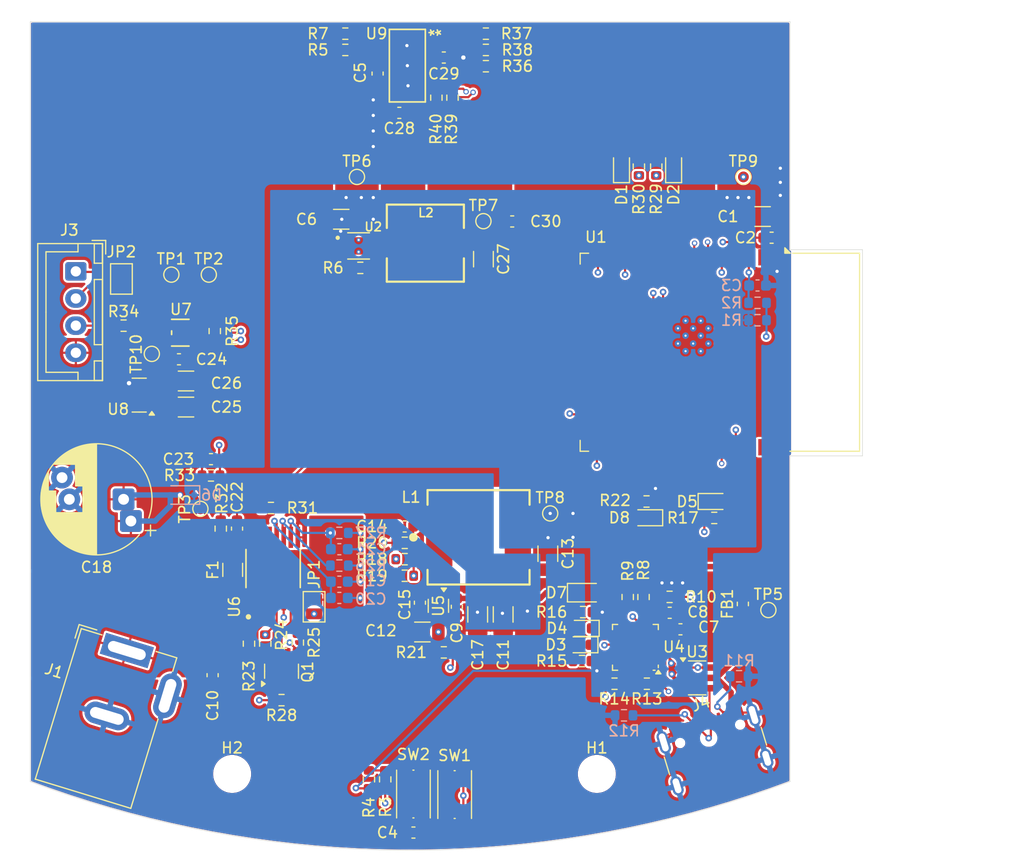
<source format=kicad_pcb>
(kicad_pcb (version 20241229) (generator "pcbnew") (generator_version "9.0")
  (layers (0 "F.Cu" signal) (4 "In1.Cu" power) (6 "In2.Cu" power) (2 "B.Cu" signal) (13 "F.Paste" user) (15 "B.Paste" user) (5 "F.SilkS" user "F.Silkscreen") (7 "B.SilkS" user "B.Silkscreen") (1 "F.Mask" user) (3 "B.Mask" user) (25 "Edge.Cuts" user))
  (net 0 "")
  (net 1 "GND")
  (net 2 "+3V3")
  (net 3 "Net-(U1-EN)")
  (net 4 "ESP_IO0")
  (net 5 "Vin_Buck")
  (net 6 "Net-(U5-EN)")
  (net 7 "Net-(U5-VFB)")
  (net 8 "Net-(U5-SW)")
  (net 9 "Net-(U5-VBST)")
  (net 10 "+12V")
  (net 11 "RTN")
  (net 12 "Net-(U6-dVdT)")
  (net 13 "I_SNS")
  (net 14 "+12V_SNS")
  (net 15 "+5V")
  (net 16 "+1V8")
  (net 17 "Net-(D1-A)")
  (net 18 "Net-(D2-A)")
  (net 19 "Net-(D3-K)")
  (net 20 "TXT")
  (net 21 "RXT")
  (net 22 "Net-(D4-K)")
  (net 23 "Suspend")
  (net 24 "VBUS")
  (net 25 "Net-(D8-A)")
  (net 26 "USB_D-")
  (net 27 "USB_D+")
  (net 28 "Net-(J3-Pin_3)")
  (net 29 "Net-(J3-Pin_2)")
  (net 30 "BACKUP")
  (net 31 "MODE")
  (net 32 "Net-(U2-SW)")
  (net 33 "Net-(Q1-D)")
  (net 34 "eFuse_SHDN")
  (net 35 "ESP_EN")
  (net 36 "Net-(U1-IO0)")
  (net 37 "Net-(U9-NCS)")
  (net 38 "Net-(U2-PG)")
  (net 39 "Net-(U9-SPI_I2C_N)")
  (net 40 "Net-(U4-VBUS)")
  (net 41 "Net-(U4-~{RST})")
  (net 42 "Net-(U4-TXD)")
  (net 43 "RXD0")
  (net 44 "TXD0")
  (net 45 "Net-(U4-RXD)")
  (net 46 "Net-(U4-~{SUSPEND})")
  (net 47 "Net-(U6-UVLO)")
  (net 48 "Net-(U6-OVP)")
  (net 49 "Net-(U6-ILIM)")
  (net 50 "Net-(U1-IO21)")
  (net 51 "Net-(U1-IO19)")
  (net 52 "eFuse_FAULT")
  (net 53 "DATA")
  (net 54 "LVL_GATE")
  (net 55 "Net-(U9-LPN)")
  (net 56 "Net-(U9-SYNC)")
  (net 57 "Net-(U9-INT)")
  (net 58 "TOF_SDA")
  (net 59 "TOF_SCL")
  (net 60 "DATA_ESP")
  (net 96 "Net-(J4-VBUS)")
  (net 98 "Net-(J4-CC2)")
  (net 100 "Net-(J4-CC1)")
  (net 101 "+12V_IN")
  (footprint "LED_SMD:LED_0603_1608Metric" (layer "F.Cu") (at 170.925 115.8875 180)
    (property "Reference" "D4")
    (property "Value" "LED_orange" (hide yes))
  )
  (footprint "Capacitor_SMD:C_1206_3216Metric" (layer "F.Cu") (at 161.221339 114.602868 -90)
    (property "Reference" "C17")
    (property "Value" "10u/25V" (hide yes))
  )
  (footprint "MountingHole:MountingHole_3.2mm_M3" (layer "F.Cu") (at 172.2 129.3)
    (property "Reference" "H1")
    (property "Value" "MountingHole" (hide yes))
  )
  (footprint "LED_SMD:LED_0603_1608Metric" (layer "F.Cu") (at 183.0125 104.2)
    (property "Reference" "D5")
    (property "Value" "LED_green" (hide yes))
  )
  (footprint "Resistor_SMD:R_0603_1608Metric" (layer "F.Cu") (at 176.806279 120.9875)
    (property "Reference" "R13")
    (property "Value" "0R" (hide yes))
  )
  (footprint "Connector_BarrelJack:BarrelJack_GCT_DCJ200-10-A_Horizontal" (layer "F.Cu") (at 128.898097 117.927465 -17)
    (property "Reference" "J1")
    (property "Value" "Barrel_Jack_Switch")
  )
  (footprint "Button_Switch_SMD:SW_Push_1P1T_NO_CK_KMR2" (layer "F.Cu") (at 155.3 131.15 -90)
    (property "Reference" "SW2")
    (property "Value" "SW_Push" (hide yes))
  )
  (footprint "Resistor_SMD:R_0603_1608Metric" (layer "F.Cu") (at 143.149998 122.5)
    (property "Reference" "R28")
    (property "Value" "10K" (hide yes))
  )
  (footprint "TestPoint:TestPoint_Pad_D1.0mm" (layer "F.Cu") (at 133 83.3)
    (property "Reference" "TP1")
    (property "Value" "TestPoint" (hide yes))
  )
  (footprint "Capacitor_SMD:C_0603_1608Metric" (layer "F.Cu") (at 179.9 115.975)
    (property "Reference" "C7")
    (property "Value" "22u/10V" (hide yes))
  )
  (footprint "Resistor_SMD:R_0603_1608Metric" (layer "F.Cu") (at 137 88.5 90)
    (property "Reference" "R35")
    (property "Value" "10K" (hide yes))
  )
  (footprint "Resistor_SMD:R_0603_1608Metric" (layer "F.Cu") (at 142.175 104.8)
    (property "Reference" "R31")
    (property "Value" "10K" (hide yes))
  )
  (footprint "Diode_SMD:D_SOD-323F" (layer "F.Cu") (at 171.1 112.6)
    (property "Reference" "D7")
    (property "Value" "SS0840WS" (hide yes))
  )
  (footprint "Resistor_SMD:R_0603_1608Metric" (layer "F.Cu") (at 170.925 114.3875)
    (property "Reference" "R16")
    (property "Value" "270R" (hide yes))
  )
  (footprint "TestPoint:TestPoint_Pad_D1.0mm" (layer "F.Cu") (at 136.45 83.3)
    (property "Reference" "TP2")
    (property "Value" "TestPoint" (hide yes))
  )
  (footprint "TC7SET126FU:SOT-353F   USV_TOS" (layer "F.Cu") (at 133.8241 88.650001 180)
    (property "Reference" "U7")
    (property "Value" "TC7SET126FU_LJCT" (hide yes))
  )
  (footprint "Resistor_SMD:R_0603_1608Metric" (layer "F.Cu") (at 175.041501 113 90)
    (property "Reference" "R9")
    (property "Value" "100K" (hide yes))
  )
  (footprint "Capacitor_SMD:C_0603_1608Metric" (layer "F.Cu") (at 159.3 113.9 -90)
    (property "Reference" "C9")
    (property "Value" "100n/50V" (hide yes))
  )
  (footprint "TestPoint:TestPoint_Pad_D1.0mm" (layer "F.Cu") (at 167.9 105.3)
    (property "Reference" "TP8")
    (property "Value" "TestPoint" (hide yes))
  )
  (footprint "Resistor_SMD:R_0603_1608Metric" (layer "F.Cu") (at 183.0125 105.7125 180)
    (property "Reference" "R17")
    (property "Value" "270R" (hide yes))
  )
  (footprint "Capacitor_SMD:C_0603_1608Metric" (layer "F.Cu") (at 133.7 91.1)
    (property "Reference" "C24")
    (property "Value" "100n/50V" (hide yes))
  )
  (footprint "Capacitor_SMD:C_0603_1608Metric" (layer "F.Cu") (at 152 64.775 -90)
    (property "Reference" "C5")
    (property "Value" "4u7" (hide yes))
  )
  (footprint "Capacitor_SMD:C_1206_3216Metric" (layer "F.Cu") (at 161.75 81.875 -90)
    (property "Reference" "C27")
    (property "Value" "22u/10V" (hide yes))
  )
  (footprint "footprints:PWP0016H-IPC_A" (layer "F.Cu") (at 142.374999 110.375384 90)
    (property "Reference" "U6")
    (property "Value" "TPS26400PWPR" (hide yes))
  )
  (footprint "Inductor_SMD:L_0603_1608Metric" (layer "F.Cu") (at 185.65 113.6375 90)
    (property "Reference" "FB1")
    (property "Value" "33R@100MHz" (hide yes))
  )
  (footprint "Resistor_SMD:R_0603_1608Metric" (layer "F.Cu") (at 177.67 73.3375 90)
    (property "Reference" "R29")
    (property "Value" "270R" (hide yes))
  )
  (footprint "Resistor_SMD:R_0603_1608Metric" (layer "F.Cu") (at 151.2 129.8 90)
    (property "Reference" "R4")
    (property "Value" "10K" (hide yes))
  )
  (footprint "Capacitor_SMD:C_0603_1608Metric" (layer "F.Cu") (at 178.910712 114.456014)
    (property "Reference" "C8")
    (property "Value" "100n/50V" (hide yes))
  )
  (footprint "Capacitor_SMD:C_1206_3216Metric" (layer "F.Cu") (at 167.68476 109.008561 -90)
    (property "Reference" "C13")
    (property "Value" "22u/10V" (hide yes))
  )
  (footprint "MountingHole:MountingHole_3.2mm_M3" (layer "F.Cu") (at 138.6 129.3)
    (property "Reference" "H2")
    (property "Value" "MountingHole" (hide yes))
  )
  (footprint "TestPoint:TestPoint_Pad_D1.0mm" (layer "F.Cu") (at 135.674999 104.875384 90)
    (property "Reference" "TP3")
    (property "Value" "TestPoint" (hide yes))
  )
  (footprint "Package_TO_SOT_SMD:SOT-23" (layer "F.Cu") (at 130.0375 94.4 180)
    (property "Reference" "U8")
    (property "Value" "AP7384-50SA" (hide yes))
  )
  (footprint "LED_SMD:LED_0603_1608Metric" (layer "F.Cu") (at 174.47 73.3375 90)
    (property "Reference" "D1")
    (property "Value" "LED_green" (hide yes))
  )
  (footprint "TestPoint:TestPoint_Pad_D1.0mm" (layer "F.Cu") (at 188 114.2)
    (property "Reference" "TP5")
    (property "Value" "TestPoint" (hide yes))
  )
  (footprint "TestPoint:TestPoint_Pad_D1.0mm" (layer "F.Cu") (at 161.75 78.375)
    (property "Reference" "TP7")
    (property "Value" "TestPoint" (hide yes))
  )
  (footprint "74437358033:WE-LHMI_8040_PW5" (layer "F.Cu") (at 161.3 107.5)
    (property "Reference" "L1")
    (property "Value" "4u7" (hide yes))
  )
  (footprint "Package_DFN_QFN:QFN-24-1EP_4x4mm_P0.5mm_EP2.6x2.6mm" (layer "F.Cu") (at 175.75 117.6375 180)
    (property "Reference" "U4")
    (property "Value" "CP2102N-Axx-xQFN24" (hide yes))
  )
  (footprint "Resistor_SMD:R_0603_1608Metric" (layer "F.Cu") (at 178.9 112.9875)
    (property "Reference" "R10")
    (property "Value" "1K" (hide yes))
  )
  (footprint "Capacitor_SMD:C_1206_3216Metric" (layer "F.Cu") (at 134.35 93.1)
    (property "Reference" "C26")
    (property "Value" "22u/10V" (hide yes))
  )
  (footprint "Capacitor_SMD:C_0603_1608Metric" (layer "F.Cu") (at 155.9 113.525 -90)
    (property "Reference" "C15")
    (property "Value" "100n/50V" (hide yes))
  )
  (footprint "LED_SMD:LED_0603_1608Metric" (layer "F.Cu") (at 170.8125 117.4 180)
    (property "Reference" "D3")
    (property "Value" "LED_green" (hide yes))
  )
  (footprint "Capacitor_SMD:C_1206_3216Metric" (layer "F.Cu") (at 163.566608 114.604708 -90)
    (property "Reference" "C11")
    (property "Value" "10u/25V" (hide yes))
  )
  (footprint "Capacitor_SMD:C_0603_1608Metric" (layer "F.Cu") (at 154 68.4 180)
    (property "Reference" "C28")
    (property "Value" "100n/10V" (hide yes))
  )
  (footprint "Capacitor_SMD:C_0603_1608Metric" (layer "F.Cu") (at 158.1 63.3)
    (property "Reference" "C29")
    (property "Value" "100n/10V" (hide yes))
  )
  (footprint "RF_Module:ESP32-WROOM-32D" (layer "F.Cu") (at 180.54 90.45 -90)
    (property "Reference" "U1")
    (property "Value" "ESP32-WROOM-32E")
  )
  (footprint "Resistor_SMD:R_0603_1608Metric" (layer "F.Cu") (at 161.975 62.6 180)
    (property "Reference" "R38")
    (property "Value" "47K" (hide yes))
  )
  (footprint "Resistor_SMD:R_0603_1608Metric" (layer "F.Cu") (at 150.407697 82.676918 180)
    (property "Reference" "R6")
    (property "Value" "178K" (hide yes))
  )
  (footprint "Resistor_SMD:R_0603_1608Metric" (layer "F.Cu") (at 161.975 61.1 180)
    (property "Reference" "R37")
    (property "Value" "47K" (hide yes))
  )
  (footprint "Package_TO_SOT_SMD:SOT-23-6" (layer "F.Cu") (at 181.4375 120.45)
    (property "Reference" "U3")
    (property "Value" "WE-TVS-82400102" (hide yes))
  )
  (footprint "Capacitor_SMD:C_0603_1608Metric" (layer "F.Cu") (at 155.3 134.7)
    (property "Reference" "C4")
    (property "Value" "100n/50V" (hide yes))
  )
  (footprint "Resistor_SMD:R_0603_1608Metric" (layer "F.Cu") (at 173.825 120.9875 180)
    (property "Reference" "R14")
    (property "Value" "0R" (hide yes))
  )
  (footprint "Capacitor_SMD:C_1206_3216Metric" (layer "F.Cu") (at 134.35 95.5)
    (property "Reference" "C25")
    (property "Value" "10u/25V" (hide yes))
  )
  (footprint "TPS62081DSGR:SON50P200X200X80-9N" (layer "F.Cu") (at 150.25 80.655)
    (property "Reference" "U2")
    (property "Value" "TPS62081DSGR" (hide yes))
  )
  (footprint "Resistor_SMD:R_0603_1608Metric" (layer "F.Cu") (at 136.649998 101.8)
    (property "Reference" "R33")
    (property "Value" "20K" (hide yes))
  )
  (footprint "Capacitor_SMD:C_0603_1608Metric" (layer "F.Cu") (at 188.3 79.9)
    (property "Reference" "C2")
    (property "Value" "100n/50V" (hide yes))
  )
  (footprint "Resistor_SMD:R_0603_1608Metric" (layer "F.Cu") (at 152.7 129.8 90)
    (property "Reference" "R3")
    (property "Value" "0R" (hide yes))
  )
  (footprint "Resistor_SMD:R_0603_1608Metric" (layer "F.Cu") (at 154.497602 109.513356)
    (property "Reference" "R18")
    (property "Value" "47K" (hide yes))
  )
  (footprint "Resistor_SMD:R_0603_1608Metric" (layer "F.Cu") (at 158.9 67 90)
    (property "Reference" "R39")
    (property "Value" "2K2" (hide yes))
  )
  (footprint "Resistor_SMD:R_0603_1608Metric" (layer "F.Cu") (at 137.549998 106.7 -90)
    (property "Reference" "R32")
    (property "Value" "100K" (hide yes))
  )
  (footprint "Connector_JST:JST_XH_B4B-XH-A_1x04_P2.50mm_Vertical" (layer "F.Cu") (at 124.2 83 -90)
    (property "Reference" "J3")
    (property "Value" "Conn_01x04_Pin")
  )
  (footprint "Resistor_SMD:R_0603_1608Metric" (layer "F.Cu") (at 154.501626 108.008561 180)
    (property "Reference" "R20")
    (property "Value" "75K" (hide yes))
  )
  (footprint "Capacitor_SMD:C_0603_1608Metric" (layer "F.Cu") (at 136.649998 100.3 180)
    (property "Reference" "C23")
    (property "Value" "33p/50V" (hide yes))
  )
  (footprint "TestPoint:TestPoint_Pad_D1.0mm" (layer "F.Cu") (at 150.1 74.3)
    (property "Reference" "TP6")
    (property "Value" "TestPoint" (hide yes))
  )
  (footprint "LED_SMD:LED_0603_1608Metric" (layer "F.Cu") (at 179.27 73.3375 90)
    (property "Reference" "D2")
    (property "Value" "LED_green" (hide yes))
  )
  (footprint "Jumper:SolderJumper-2_P1.3mm_Open_Pad1.0x1.5mm" (layer "F.Cu") (at 128.4 83.7 90)
    (property "Reference" "JP2")
    (property "Value" "SolderJumper_2_Open" (hide yes))
  )
  (footprint "Resistor_SMD:R_0603_1608Metric" (layer "F.Cu") (at 149.025 62.6 180)
    (property "Reference" "R5")
    (property "Value" "47K" (hide yes))
  )
  (footprint "Capacitor_SMD:C_0603_1608Metric" (layer "F.Cu") (at 136.8 120.2 -90)
    (property "Reference" "C10")
    (property "Value" "100n/50V" (hide yes))
  )
  (footprint "Capacitor_SMD:C_0603_1608Metric" (layer "F.Cu") (at 139.049998 106.7 90)
    (property "Reference" "C22")
    (property "Value" "100n/50V" (hide yes))
  )
  (footprint "Resistor_SMD:R_0603_1608Metric" (layer "F.Cu") (at 144.649998 117.2 90)
    (property "Reference" "R25")
    (property "Value" "10K" (hide yes))
  )
  (footprint "Capacitor_SMD:C_1206_3216Metric" (layer "F.Cu") (at 187.47 77.95)
    (property "Reference" "C1")
    (property "Value" "22u/10V" (hide yes))
  )
  (footprint "Resistor_SMD:R_0603_1608Metric" (layer "F.Cu") (at 176.5 113 -90)
    (property "Reference" "R8")
    (property "Value" "56K" (hide yes))
  )
  (footprint "Resistor_SMD:R_0603_1608Metric" (layer "F.Cu") (at 140.149998 117.3 -90)
    (property "Reference" "R23")
    (property "Value" "91K" (hide yes))
  )
  (footprint "Resistor_SMD:R_0603_1608Metric" (layer "F.Cu") (at 161.975 64.1 180)
    (property "Reference" "R36")
    (property "Value" "47K" (hide yes))
  )
  (footprint "Connector_USB:USB_C_Receptacle_GCT_USB4105-xx-A_16P_TopMnt_Horizontal" (layer "F.Cu") (at 183.4 128.1 17)
    (property "Reference" "J4")
    (property "Value" "~")
  )
  (footprint "Resistor_SMD:R_0603_1608Metric" (layer "F.Cu") (at 154.497859 111.040924 180)
    (property "Reference" "R19")
    (property "Value" "20K" (hide yes))
  )
  (footprint "Package_TO_SOT_SMD:SOT-23" (layer "F.Cu") (at 143.149998 119.8375 90)
    (property "Reference" "Q1")
    (property "Value" "2N7002" (hide yes))
  )
  (footprint "Resistor_SMD:R_0603_1608Metric" (layer "F.Cu") (at 141.649998 117.3 90)
    (property "Reference" "R24")
    (property "Value" "10K" (hide yes))
  )
  (footprint "744311100:WE-HCI_7040" (layer "F.Cu") (at 156.4 80.4)
    (property "Reference" "L2")
    (property "Value" "1uH")
  )
  (footprint "ul_VL53L8CHV0GC-1:LGA17_VL53L8CHV0GC&slash_1_STM" (layer "F.Cu") (at 154.7408 64.048302 90)
    (property "Reference" "U9")
    (property "Value" "VL53L8CHV0GC/1" (hide yes))
  )
  (footprint "Jumper:SolderJumper-2_P1.3mm_Open_Pad1.0x1.5mm" (layer "F.Cu") (at 146.149998 113.9 90)
    (property "Reference" "JP1")
    (property "Value" "SolderJumper_2_Open" (hide yes))
  )
  (footprint "Capacitor_SMD:C_1206_3216Metric" (layer "F.Cu") (at 156.124715 116.222661 180)
    (property "Reference" "C12")
    (property "Value" "10n/50V" (hide yes))
  )
  (footprint "Capacitor_SMD:C_0603_1608Metric" (layer "F.Cu") (at 154.5 106.5 180)
    (property "Reference" "C14")
    (property "Value" "33p/50V" (hide yes))
  )
  (footprint "TestPoint:TestPoint_Pad_D1.0mm" (layer "F.Cu") (at 131.2 90.6 90)
    (property "Reference" "TP10")
    (property "Value" "TestPoint" (hide yes))
  )
  (footprint "Resistor_SMD:R_0603_1608Metric" (layer "F.Cu") (at 157.413821 67 90)
    (property "Reference" "R40")
    (property "Value" "2K2" (hide yes))
  )
  (footprint "Resistor_SMD:R_0603_1608Metric" (layer "F.Cu") (at 170.825 118.9)
    (property "Reference" "R15")
    (property "Value" "270R" (hide yes))
  )
  (footprint "Capacitor_THT:CP_Radial_D10.0mm_P5.00mm_P7.50mm" (layer "F.Cu") (at 128.6 104 180)
    (property "Reference" "C18")
    (property "Value" "1.5m/16V" (hide yes))
  )
  (footprint "Package_TO_SOT_SMD:SOT-563" (layer "F.Cu") (at 157.6 113.8125 -90)
    (property "Reference" "U5")
    (property "Value" "TPS562202" (hide yes))
  )
  (footprint "Resistor_SMD:R_0603_1608Metric" (layer "F.Cu") (at 176.07 73.3375 -90)
    (property "Reference" "R30")
    (property "Value" "270R" (hide yes))
  )
  (footprint "Capacitor_SMD:C_1206_3216Metric" (layer "F.Cu") (at 148.65 78.2 180)
    (property "Reference" "C6")
    (property "Value" "10u/25V" (hide yes))
  )
  (footprint "TestPoint:TestPoint_Pad_D1.0mm" (layer "F.Cu") (at 185.7 74.3)
    (property "Reference" "TP9")
    (property "Value" "TestPoint" (hide yes))
  )
  (footprint "Fuse:Fuse_1206_3216Metric" (layer "F.Cu") (at 138.649998 110.5 90)
    (property "Reference" "F1")
    (property "Value" "Fuse" (hide yes))
  )
  (footprint "Capacitor_SMD:C_0603_1608Metric" (layer "F.Cu") (at 164.4 78.4)
    (property "Reference" "C30")
    (property "Value" "100n/10V" (hide yes))
  )
  (footprint "Button_Switch_SMD:SW_Push_1P1T_NO_CK_KMR2" (layer "F.Cu") (at 159.1 131.2 90)
    (property "Reference" "SW1")
    (property "Value" "SW_Push" (hide yes))
  )
  (footprint "Resistor_SMD:R_0603_1608Metric" (layer "F.Cu") (at 176.775 104.2 180)
    (property "Reference" "R22")
    (property "Value" "270R" (hide yes))
  )
  (footprint "Resistor_SMD:R_0603_1608Metric" (layer "F.Cu") (at 149.025 61.1 180)
    (property "Reference" "R7")
    (property "Value" "47K" (hide yes))
  )
  (footprint "Resistor_SMD:R_0603_1608Metric" (layer "F.Cu") (at 158.1 118.1 180)
    (property "Reference" "R21")
    (property "Value" "24K" (hide yes))
  )
  (footprint "LED_SMD:LED_0603_1608Metric" (layer "F.Cu") (at 176.775 105.7 180)
    (property "Reference" "D8")
    (property "Value" "LED_green" (hide yes))
  )
  (footprint "Resistor_SMD:R_0603_1608Metric" (layer "F.Cu") (at 128.6 88)
    (property "Reference" "R34")
    (property "Value" "470R" (hide yes))
  )
  (footprint "Resistor_SMD:R_0603_1608Metric" (layer "B.Cu") (at 187 87.5)
    (property "Reference" "R1")
    (property "Value" "10K" (hide yes))
  )
  (footprint "Capacitor_SMD:C_0603_1608Metric" (layer "B.Cu") (at 148.473095 108.595161)
    (property "Reference" "C21")
    (property "Value" "33p/50V" (hide yes))
  )
  (footprint "Capacitor_SMD:C_0603_1608Metric" (layer "B.Cu") (at 148.473572 113.086669 180)
    (property "Reference" "C20")
    (property "Value" "100n/50V" (hide yes))
  )
  (footprint "Capacitor_SMD:C_0603_1608Metric" (layer "B.Cu") (at 187 84.3)
    (property "Reference" "C3")
    (property "Value" "1u/10V" (hide yes))
  )
  (footprint "Capacitor_SMD:C_0603_1608Metric" (layer "B.Cu") (at 148.473572 111.586669 180)
    (property "Reference" "C19")
    (property "Value" "100n/50V" (hide yes))
  )
  (footprint "Resistor_SMD:R_0603_1608Metric" (layer "B.Cu") (at 148.475 110.1 180)
    (property "Reference" "R26")
    (property "Value" "8K2" (hide yes))
  )
  (footprint "Resistor_SMD:R_0603_1608Metric" (layer "B.Cu") (at 187 85.9 180)
    (property "Reference" "R2")
    (property "Value" "0R" (hide yes))
  )
  (footprint "Diode_SMD:D_SOD-323F" (layer "B.Cu") (at 134 103.6 180)
    (property "Reference" "D6")
    (property "Value" "SS0840WS" (hide yes))
  )
  (footprint "Resistor_SMD:R_0603_1608Metric" (layer "B.Cu") (at 174.7 123.9)
    (property "Reference" "R12")
    (property "Value" "5K1" (hide yes))
  )
  (footprint "Resistor_SMD:R_0603_1608Metric" (layer "B.Cu") (at 185.3 120.3 180)
    (property "Reference" "R11")
    (property "Value" "5K1" (hide yes))
  )
  (footprint "Resistor_SMD:R_0603_1608Metric" (layer "B.Cu") (at 148.473095 107.095161)
    (property "Reference" "R27")
    (property "Value" "27K" (hide yes))
  )
  (gr_line (start 190 130) (end 190 100) (stroke (width 0.05)) (layer "Edge.Cuts"))
  (gr_line (start 120 60) (end 190 60) (stroke (width 0.05)) (layer "Edge.Cuts"))
  (gr_line (start 190 100) (end 196.67 100) (stroke (width 0.05)) (layer "Edge.Cuts"))
  (gr_line (start 190 81) (end 196.67 81) (stroke (width 0.05)) (layer "Edge.Cuts"))
  (gr_line (start 120 129.999999) (end 120 60) (stroke (width 0.05)) (layer "Edge.Cuts"))
  (gr_line (start 196.67 81) (end 196.67 100) (stroke (width 0.05)) (layer "Edge.Cuts"))
  (gr_line (start 190 81) (end 190 60) (stroke (width 0.05)) (layer "Edge.Cuts"))
  (gr_arc (start 190 130) (mid 155 136.329775) (end 120 130) (stroke (width 0.05)) (layer "Edge.Cuts"))
  (segment (start 133.7 88.5) (end 133.7 88.6) (width 0.2) (layer "F.Cu") (net 1))
  (segment (start 153.990799 63.298301) (end 154.7408 64.048302) (width 0.2) (layer "F.Cu") (net 1))
  (segment (start 189.075 79.9) (end 189.075 81.415) (width 0.2) (layer "F.Cu") (net 1))
  (segment (start 188.945 77.95) (end 188.945 79.77) (width 0.2) (layer "F.Cu") (net 1))
  (segment (start 176.5 118.3875) (end 175.75 117.6375) (width 0.2) (layer "F.Cu") (net 1))
  (segment (start 158.875 63.3) (end 159.9 63.3) (width 0.2) (layer "F.Cu") (net 1))
  (segment (start 186.401003 123.645209) (end 186.623422 123.867628) (width 0.2) (layer "F.Cu") (net 1))
  (segment (start 129.1 94.4) (end 129.1 93.3) (width 0.2) (layer "F.Cu") (net 1))
  (segment (start 179.263897 125.516388) (end 179.23828 125.516388) (width 0.2) (layer "F.Cu") (net 1))
  (segment (start 153.683299 63.298301) (end 153.990799 63.298301) (width 0.2) (layer "F.Cu") (net 1))
  (segment (start 134.675 88.000002) (end 134.199998 88.000002) (width 0.2) (layer "F.Cu") (net 1))
  (segment (start 185.384247 122.315753) (end 185.8 121.9) (width 0.2) (layer "F.Cu") (net 1))
  (segment (start 188.945 79.77) (end 189.075 79.9) (width 0.2) (layer "F.Cu") (net 1))
  (segment (start 177.6875 118.3875) (end 176.5 118.3875) (width 0.2) (layer "F.Cu") (net 1))
  (segment (start 179.23828 125.516388) (end 178.360949 126.393719) (width 0.2) (layer "F.Cu") (net 1))
  (segment (start 189.075 81.415) (end 188.79 81.7) (width 0.2) (layer "F.Cu") (net 1))
  (segment (start 185.384247 123.645209) (end 186.401003 123.645209) (width 0.2) (layer "F.Cu") (net 1))
  (segment (start 134.199998 88.000002) (end 133.7 88.5) (width 0.2) (layer "F.Cu") (net 1))
  (segment (start 179.263897 125.263897) (end 178.4 124.4) (width 0.2) (layer "F.Cu") (net 1))
  (segment (start 179.263897 125.516388) (end 179.263897 125.263897) (width 0.2) (layer "F.Cu") (net 1))
  (segment (start 185.384247 123.645209) (end 185.384247 122.315753) (width 0.2) (layer "F.Cu") (net 1))
  (via (at 189.1 74.8) (size 0.6) (drill 0.3) (layers "F.Cu" "B.Cu") (net 1))
  (via (at 159.9 63.3) (size 0.6) (drill 0.4) (layers "F.Cu" "B.Cu") (net 1))
  (via (at 154.7 62.2) (size 0.6) (drill 0.3) (layers "F.Cu" "B.Cu") (net 1))
  (via (at 151.6 67.2) (size 0.6) (drill 0.3) (layers "F.Cu" "B.Cu") (net 1))
  (via (at 188.8 83) (size 0.6) (drill 0.3) (layers "F.Cu" "B.Cu") (net 1))
  (via (at 189.1 73.5) (size 0.6) (drill 0.3) (layers "F.Cu" "B.Cu") (net 1))
  (via (at 154.8 65.9) (size 0.6) (drill 0.3) (layers "F.Cu" "B.Cu") (net 1))
  (via (at 154.7408 64.048302) (size 0.6) (drill 0.3) (layers "F.Cu" "B.Cu") (net 1))
  (via (at 179.1 120.1) (size 0.6) (drill 0.3) (layers "F.Cu" "B.Cu") (net 1))
  (via (at 179.05 119.1) (size 0.6) (drill 0.3) (layers "F.Cu" "B.Cu") (net 1))
  (via (at 151.6 70.066667) (size 0.6) (drill 0.3) (layers "F.Cu" "B.Cu") (net 1))
  (via (at 129.1 93.3) (size 0.6) (drill 0.4) (layers "F.Cu" "B.Cu") (net 1))
  (via (at 151.6 71.5) (size 0.6) (drill 0.3) (layers "F.Cu" "B.Cu") (net 1))
  (via (at 189.1 76) (size 0.6) (drill 0.3) (layers "F.Cu" "B.Cu") (net 1))
  (via (at 151.6 68.633333) (size 0.6) (drill 0.3) (layers "F.Cu" "B.Cu") (net 1))
  (segment (start 167.68476 105.51524) (end 167.9 105.3) (width 0.5) (layer "F.Cu") (net 2))
  (segment (start 167.7 107.533561) (end 169.966439 107.533561) (width 0.5) (layer "F.Cu") (net 2))
  (segment (start 177.6 104.2) (end 177.6 103) (width 0.2) (layer "F.Cu") (net 2))
  (segment (start 144.351 103.149) (end 143 104.5) (width 0.2) (layer "F.Cu") (net 2))
  (segment (start 187.525 81.695) (end 187.52 81.7) (width 0.5) (layer "F.Cu") (net 2))
  (segment (start 167.9 105.3) (end 170 105.3) (width 0.5) (layer "F.Cu") (net 2))
  (segment (start 157.654 103.149) (end 157.8 103.149) (width 0.2) (layer "F.Cu") (net 2))
  (segment (start 157.8 103.149) (end 165.749 103.149) (width 0.2) (layer "F.Cu") (net 2))
  (segment (start 155.275 106.5) (end 155.275 107.956935) (width 0.2) (layer "F.Cu") (net 2))
  (segment (start 167.651199 107.5) (end 167.68476 107.533561) (width 0.5) (layer "F.Cu") (net 2))
  (segment (start 167.68476 107.533561) (end 167.68476 105.51524) (width 0.5) (layer "F.Cu") (net 2))
  (segment (start 153.634997 64) (end 153.683299 64.048302) (width 0.5) (layer "F.Cu") (net 2))
  (segment (start 155.275 107.956935) (end 155.326626 108.008561) (width 0.2) (layer "F.Cu") (net 2))
  (segment (start 157.8 103.149) (end 144.351 103.149) (width 0.2) (layer "F.Cu") (net 2))
  (segment (start 152 64) (end 153.634997 64) (width 0.5) (layer "F.Cu") (net 2))
  (segment (start 150.025 130.625) (end 150 130.6) (width 0.2) (layer "F.Cu") (net 2))
  (segment (start 187.525 79.9) (end 187.525 81.695) (width 0.5) (layer "F.Cu") (net 2))
  (segment (start 172.6875 114.3875) (end 172.7 114.4) (width 0.2) (layer "F.Cu") (net 2))
  (segment (start 155.275 105.528) (end 157.654 103.149) (width 0.2) (layer "F.Cu") (net 2))
  (segment (start 171.65 118.9) (end 171.65 119.25) (width 0.2) (layer "F.Cu") (net 2))
  (segment (start 171.75 114.3875) (end 172.6875 114.3875) (width 0.2) (layer "F.Cu") (net 2))
  (segment (start 167.68476 107.533561) (end 167.7 107.533561) (width 0.5) (layer "F.Cu") (net 2))
  (segment (start 169.966439 107.533561) (end 170 107.5) (width 0.5) (layer "F.Cu") (net 2))
  (segment (start 155.275 106.5) (end 155.275 105.528) (width 0.2) (layer "F.Cu") (net 2))
  (segment (start 165.749 103.149) (end 167.9 105.3) (width 0.2) (layer "F.Cu") (net 2))
  (segment (start 171.65 119.25) (end 172.2 119.8) (width 0.2) (layer "F.Cu") (net 2))
  (segment (start 151.2 130.625) (end 150.025 130.625) (width 0.2) (layer "F.Cu") (net 2))
  (segment (start 164.92 107.5) (end 167.651199 107.5) (width 0.5) (layer "F.Cu") (net 2))
  (segment (start 143 104.5) (end 143 104.8) (width 0.2) (layer "F.Cu") (net 2))
  (via (at 185.2 76.2) (size 0.6) (drill 0.3) (layers "F.Cu" "B.Cu") (net 2))
  (via (at 180.1 111.7) (size 0.6) (drill 0.3) (layers "F.Cu" "B.Cu") (net 2))
  (via (at 151.6 76.2) (size 0.6) (drill 0.3) (layers "F.Cu" "B.Cu") (net 2))
  (via (at 186.2 76.2) (size 0.6) (drill 0.3) (layers "F.Cu" "B.Cu") (net 2))
  (via (at 149.1 76.2) (size 0.6) (drill 0.3) (layers "F.Cu" "B.Cu") (net 2))
  (via (at 178.2 111.7) (size 0.6) (drill 0.3) (layers "F.Cu" "B.Cu") (net 2))
  (via (at 179.1 111.7) (size 0.6) (drill 0.3) (layers "F.Cu" "B.Cu") (net 2))
  (via (at 177.6 103) (size 0.6) (drill 0.3) (layers "F.Cu" "B.Cu") (net 2))
  (via (at 172.7 114.4) (size 0.6) (drill 0.3) (layers "F.Cu" "B.Cu") (net 2))
  (via (at 170 107.5) (size 0.6) (drill 0.3) (layers "F.Cu" "B.Cu") (net 2))
  (via (at 172.2 119.8) (size 0.6) (drill 0.3) (layers "F.Cu" "B.Cu") (net 2))
  (via (at 148.7 78.2) (size 0.6) (drill 0.3) (layers "F.Cu" "B.Cu") (net 2))
  (via (at 151.6 78.2) (size 0.6) (drill 0.3) (layers "F.Cu" "B.Cu") (net 2))
  (via (at 170 105.3) (size 0.6) (drill 0.3) (layers "F.Cu" "B.Cu") (net 2))
  (via (at 150 130.6) (size 0.6) (drill 0.3) (layers "F.Cu" "B.Cu") (net 2))
  (via (at 167.9 105.3) (size 0.6) (drill 0.3) (layers "F.Cu" "B.Cu") (net 2))
  (via (at 184.2 76.2) (size 0.6) (drill 0.3) (layers "F.Cu" "B.Cu") (net 2))
  (via (at 167.7 107.533561) (size 0.6) (drill 0.3) (layers "F.Cu" "B.Cu") (net 2))
  (via (at 150.5 76.2) (size 0.6) (drill 0.3) (layers "F.Cu" "B.Cu") (net 2))
  (via (at 148.6 79.3) (size 0.6) (drill 0.3) (layers "F.Cu" "B.Cu") (net 2))
  (segment (start 160.8 119.8) (end 172.2 119.8) (width 0.2) (layer "B.Cu") (net 2))
  (segment (start 150 130.6) (end 160.8 119.8) (width 0.2) (layer "B.Cu") (net 2))
  (segment (start 186.2 81.75) (end 186.25 81.7) (width 0.2) (layer "F.Cu") (net 3))
  (segment (start 186.2 83.1) (end 186.2 81.75) (width 0.2) (layer "F.Cu") (net 3))
  (via (at 185.7 74.3) (size 0.6) (drill 0.3) (layers "F.Cu" "B.Cu") (net 3))
  (via (at 186.2 83.1) (size 0.6) (drill 0.3) (layers "F.Cu" "B.Cu") (net 3))
  (segment (start 186.175 85.9) (end 186.175 84.35) (width 0.2) (layer "B.Cu") (net 3))
  (segment (start 186.225 84.3) (end 186.225 83.125) (width 0.2) (layer "B.Cu") (net 3))
  (segment (start 186.225 83.125) (end 186.2 83.1) (width 0.2) (layer "B.Cu") (net 3))
  (segment (start 186.175 84.35) (end 186.225 84.3) (width 0.2) (layer "B.Cu") (net 3))
  (segment (start 154.5 133.2) (end 154.5 129.1) (width 0.2) (layer "F.Cu") (net 4))
  (segment (start 154.525 134.7) (end 154.525 133.225) (width 0.2) (layer "F.Cu") (net 4))
  (segment (start 152.7 128.975) (end 154.375 128.975) (width 0.2) (layer "F.Cu") (net 4))
  (segment (start 154.525 133.225) (end 154.5 133.2) (width 0.2) (layer "F.Cu") (net 4))
  (segment (start 154.375 128.975) (end 154.5 129.1) (width 0.2) (layer "F.Cu") (net 4))
  (segment (start 151.2 128.975) (end 152.7 128.975) (width 0.2) (layer "F.Cu") (net 4))
  (segment (start 163.566608 113.129708) (end 165.8 113.129708) (width 0.5) (layer "F.Cu") (net 5))
  (segment (start 167.525 112.6) (end 170 112.6) (width 0.5) (layer "F.Cu") (net 5))
  (segment (start 163.566608 114.433392) (end 163.5 114.5) (width 0.5) (layer "F.Cu") (net 5))
  (segment (start 153.686644 109.513356) (end 153.7 109.5) (width 0.2) (layer "F.Cu") (net 5))
  (segment (start 161.221339 114.378661) (end 161.2 114.4) (width 0.5) (layer "F.Cu") (net 5))
  (segment (start 165.8 113.129708) (end 166.995292 113.129708) (width 0.5) (layer "F.Cu") (net 5))
  (segment (start 165.8 113.129708) (end 165.8 114.3) (width 0.5) (layer "F.Cu") (net 5))
  (segment (start 161.221339 113.127868) (end 161.221339 114.378661) (width 0.5) (layer "F.Cu") (net 5))
  (segment (start 161.223179 113.129708) (end 161.221339 113.127868) (width 0.5) (layer "F.Cu") (net 5))
  (segment (start 163.566608 113.129708) (end 161.223179 113.129708) (width 0.5) (layer "F.Cu") (net 5))
  (segment (start 158.201 113.125) (end 158.176 113.1) (width 0.5) (layer "F.Cu") (net 5))
  (segment (start 161.221339 113.127868) (end 159.302868 113.127868) (width 0.5) (layer "F.Cu") (net 5))
  (segment (start 153.672602 109.513356) (end 153.686644 109.513356) (width 0.2) (layer "F.Cu") (net 5))
  (segment (start 166.995292 113.129708) (end 167.525 112.6) (width 0.5) (layer "F.Cu") (net 5))
  (segment (start 159.302868 113.127868) (end 159.3 113.125) (width 0.5) (layer "F.Cu") (net 5))
  (segment (start 159.3 113.125) (end 158.201 113.125) (width 0.5) (layer "F.Cu") (net 5))
  (segment (start 163.566608 113.129708) (end 163.566608 114.433392) (width 0.5) (layer "F.Cu") (net 5))
  (via (at 153.7 109.5) (size 0.6) (drill 0.3) (layers "F.Cu" "B.Cu") (net 5))
  (via (at 163.5 114.5) (size 0.6) (drill 0.3) (layers "F.Cu" "B.Cu") (net 5))
  (via (at 165.8 114.3) (size 0.6) (drill 0.3) (layers "F.Cu" "B.Cu") (net 5))
  (via (at 161.2 114.4) (size 0.6) (drill 0.3) (layers "F.Cu" "B.Cu") (net 5))
  (segment (start 157.6 116.222376) (end 157.599715 116.222661) (width 0.2) (layer "F.Cu") (net 6))
  (segment (start 155.322602 111.040667) (end 155.322859 111.040924) (width 0.2) (layer "F.Cu") (net 6))
  (segment (start 155.322602 109.513356) (end 155.322602 111.040667) (width 0.2) (layer "F.Cu") (net 6))
  (segment (start 157.6 114.525) (end 157.6 116.222376) (width 0.2) (layer "F.Cu") (net 6))
  (via (at 155.322859 111.040924) (size 0.6) (drill 0.3) (layers "F.Cu" "B.Cu") (net 6))
  (via (at 157.599715 116.222661) (size 0.6) (drill 0.3) (layers "F.Cu" "B.Cu") (net 6))
  (segment (start 158.1 114.525) (end 158.1 114.862499) (width 0.2) (layer "F.Cu") (net 7))
  (segment (start 153.725 107.960187) (end 153.676626 108.008561) (width 0.2) (layer "F.Cu") (net 7))
  (segment (start 158.925 118.1) (end 158.925 119.275) (width 0.2) (layer "F.Cu") (net 7))
  (segment (start 153.676626 108.008561) (end 152.608561 108.008561) (width 0.2) (layer "F.Cu") (net 7))
  (segment (start 158.925 115.687499) (end 158.925 118.1) (width 0.2) (layer "F.Cu") (net 7))
  (segment (start 158.925 119.275) (end 158.7 119.5) (width 0.2) (layer "F.Cu") (net 7))
  (segment (start 152.608561 108.008561) (end 152.6 108) (width 0.2) (layer "F.Cu") (net 7))
  (segment (start 153.725 106.5) (end 153.725 107.960187) (width 0.2) (layer "F.Cu") (net 7))
  (segment (start 158.1 114.862499) (end 158.925 115.687499) (width 0.2) (layer "F.Cu") (net 7))
  (via (at 158.7 119.5) (size 0.6) (drill 0.3) (layers "F.Cu" "B.Cu") (net 7))
  (via (at 152.6 108) (size 0.6) (drill 0.3) (layers "F.Cu" "B.Cu") (net 7))
  (segment (start 156.1385 112.5115) (end 155.9 112.75) (width 0.2) (layer "F.Cu") (net 8))
  (segment (start 157.68 107.5) (end 157.68 110.97) (width 0.5) (layer "F.Cu") (net 8))
  (segment (start 157.6 111.05) (end 157.68 110.97) (width 0.2) (layer "F.Cu") (net 8))
  (segment (start 157.6 113.1) (end 157.6 111.05) (width 0.2) (layer "F.Cu") (net 8))
  (segment (start 157.68 110.97) (end 155.9 112.75) (width 0.5) (layer "F.Cu") (net 8))
  (segment (start 156.875 114.3) (end 157.1 114.525) (width 0.2) (layer "F.Cu") (net 9))
  (segment (start 155.9 114.3) (end 156.875 114.3) (width 0.2) (layer "F.Cu") (net 9))
  (segment (start 132.725 95.35) (end 132.875 95.5) (width 0.2) (layer "F.Cu") (net 10))
  (segment (start 130.975 95.35) (end 132.725 95.35) (width 0.2) (layer "F.Cu") (net 10))
  (via (at 133.8 103.6) (size 0.6) (drill 0.4) (layers "F.Cu" "B.Cu") (net 10))
  (segment (start 132.9 103.6) (end 133.8 103.6) (width 0.5) (layer "B.Cu") (net 10))
  (segment (start 132.9 103.6) (end 129 103.6) (width 0.5) (layer "B.Cu") (net 10))
  (segment (start 131.5 106) (end 129.272144 106) (width 0.5) (layer "B.Cu") (net 10))
  (segment (start 129 103.6) (end 128.6 104) (width 0.5) (layer "B.Cu") (net 10))
  (segment (start 132.9 104.6) (end 131.5 106) (width 0.5) (layer "B.Cu") (net 10))
  (segment (start 132.9 103.6) (end 132.9 104.6) (width 0.5) (layer "B.Cu") (net 10))
  (segment (start 144.649998 116.375) (end 144.649998 113.250768) (width 0.2) (layer "F.Cu") (net 11))
  (segment (start 144.649998 113.250768) (end 146.14923 113.250768) (width 0.2) (layer "F.Cu") (net 11))
  (segment (start 144.649998 116.375) (end 144.674998 116.4) (width 0.2) (layer "F.Cu") (net 11))
  (segment (start 146.14923 113.250768) (end 146.149998 113.25) (width 0.2) (layer "F.Cu") (net 11))
  (via (at 150.4 110.1) (size 0.6) (drill 0.3) (layers "F.Cu" "B.Cu") (net 11))
  (via (at 150.4 108.6) (size 0.6) (drill 0.3) (layers "F.Cu" "B.Cu") (net 11))
  (via (at 150.4 111.6) (size 0.6) (drill 0.3) (layers "F.Cu" "B.Cu") (net 11))
  (via (at 150.4 113.1) (size 0.6) (drill 0.3) (layers "F.Cu" "B.Cu") (net 11))
  (via (at 150.4 107.1) (size 0.6) (drill 0.3) (layers "F.Cu" "B.Cu") (net 11))
  (segment (start 149.3 110.1) (end 150.4 110.1) (width 0.2) (layer "B.Cu") (net 11))
  (segment (start 149.248572 113.086669) (end 150.386669 113.086669) (width 0.2) (layer "B.Cu") (net 11))
  (segment (start 149.248572 111.586669) (end 150.386669 111.586669) (width 0.2) (layer "B.Cu") (net 11))
  (segment (start 150.395161 107.095161) (end 150.4 107.1) (width 0.2) (layer "B.Cu") (net 11))
  (segment (start 150.395161 108.595161) (end 150.4 108.6) (width 0.2) (layer "B.Cu") (net 11))
  (segment (start 150.386669 113.086669) (end 150.4 113.1) (width 0.2) (layer "B.Cu") (net 11))
  (segment (start 150.386669 111.586669) (end 150.4 111.6) (width 0.2) (layer "B.Cu") (net 11))
  (segment (start 149.298095 107.095161) (end 150.395161 107.095161) (width 0.2) (layer "B.Cu") (net 11))
  (segment (start 149.248095 108.595161) (end 150.395161 108.595161) (width 0.2) (layer "B.Cu") (net 11))
  (segment (start 142.499994 106) (end 142.7 106.200006) (width 0.2) (layer "F.Cu") (net 12))
  (segment (start 142.7 106.200006) (end 142.7 107.5) (width 0.2) (layer "F.Cu") (net 12))
  (via (at 142.499994 106) (size 0.6) (drill 0.3) (layers "F.Cu" "B.Cu") (net 12))
  (segment (start 142.499994 106.388091) (end 142.499994 106) (width 0.2) (layer "B.Cu") (net 12))
  (segment (start 147.698572 113.086669) (end 147.698572 111.586669) (width 0.2) (layer "B.Cu") (net 12))
  (segment (start 147.698572 111.586669) (end 142.499994 106.388091) (width 0.2) (layer "B.Cu") (net 12))
  (segment (start 183.71 81.7) (end 183.71 83.09) (width 0.2) (layer "F.Cu") (net 13))
  (segment (start 144 106) (end 144 107.5) (width 0.2) (layer "F.Cu") (net 13))
  (segment (start 183.71 83.09) (end 183.7 83.1) (width 0.2) (layer "F.Cu") (net 13))
  (via (at 183.7 83.1) (size 0.6) (drill 0.3) (layers "F.Cu" "B.Cu") (net 13))
  (via (at 147.648095 107.095161) (size 0.6) (drill 0.3) (layers "F.Cu" "B.Cu") (net 13))
  (via (at 144 106) (size 0.6) (drill 0.3) (layers "F.Cu" "B.Cu") (net 13))
  (segment (start 147.648095 107.095161) (end 145.095161 107.095161) (width 0.2) (layer "B.Cu") (net 13))
  (segment (start 147.698095 107.145161) (end 147.648095 107.095161) (width 0.2) (layer "B.Cu") (net 13))
  (segment (start 147.698095 108.595161) (end 147.698095 107.145161) (width 0.2) (layer "B.Cu") (net 13))
  (segment (start 145.095161 107.095161) (end 144 106) (width 0.2) (layer "B.Cu") (net 13))
  (segment (start 184.98 80.58) (end 184.9 80.5) (width 0.2) (layer "F.Cu") (net 14))
  (segment (start 137.549998 101.875) (end 137.474998 101.8) (width 0.2) (layer "F.Cu") (net 14))
  (segment (start 137.474998 100.35) (end 137.424998 100.3) (width 0.2) (layer "F.Cu") (net 14))
  (segment (start 137.474998 101.8) (end 137.474998 100.35) (width 0.2) (layer "F.Cu") (net 14))
  (segment (start 137.4 100.275002) (end 137.424998 100.3) (width 0.2) (layer "F.Cu") (net 14))
  (segment (start 137.4 99) (end 137.4 100.275002) (width 0.2) (layer "F.Cu") (net 14))
  (segment (start 184.7 80.3) (end 183.8 80.3) (width 0.2) (layer "F.Cu") (net 14))
  (segment (start 137.549998 105.875) (end 137.549998 101.875) (width 0.2) (layer "F.Cu") (net 14))
  (segment (start 184.9 80.5) (end 184.7 80.3) (width 0.2) (layer "F.Cu") (net 14))
  (segment (start 184.98 81.7) (end 184.98 80.58) (width 0.2) (layer "F.Cu") (net 14))
  (via (at 183.8 80.3) (size 0.6) (drill 0.3) (layers "F.Cu" "B.Cu") (net 14))
  (via (at 137.4 99) (size 0.6) (drill 0.3) (layers "F.Cu" "B.Cu") (net 14))
  (segment (start 149.582697 82.676918) (end 150.308697 83.402918) (width 0.2) (layer "F.Cu") (net 16))
  (segment (start 155.798301 63.298301) (end 157.323301 63.298301) (width 0.5) (layer "F.Cu") (net 16))
  (segment (start 150.308697 83.402918) (end 155.947082 83.402918) (width 0.2) (layer "F.Cu") (net 16))
  (segment (start 155.947082 83.402918) (end 158.95 80.4) (width 0.2) (layer "F.Cu") (net 16))
  (segment (start 157.323301 63.298301) (end 157.325 63.3) (width 0.5) (layer "F.Cu") (net 16))
  (segment (start 151.235 81.405) (end 149.963082 82.676918) (width 0.2) (layer "F.Cu") (net 16))
  (segment (start 149.963082 82.676918) (end 149.582697 82.676918) (width 0.2) (layer "F.Cu") (net 16))
  (segment (start 176.07 72.5125) (end 174.5075 72.5125) (width 0.2) (layer "F.Cu") (net 17))
  (segment (start 174.5075 72.5125) (end 174.47 72.55) (width 0.2) (layer "F.Cu") (net 17))
  (segment (start 179.27 72.55) (end 177.7075 72.55) (width 0.2) (layer "F.Cu") (net 18))
  (segment (start 177.7075 72.55) (end 177.67 72.5125) (width 0.2) (layer "F.Cu") (net 18))
  (segment (start 172.1125 116.8875) (end 173.8125 116.8875) (width 0.2) (layer "F.Cu") (net 19))
  (segment (start 171.6 117.4) (end 172.1125 116.8875) (width 0.2) (layer "F.Cu") (net 19))
  (segment (start 170 117.425) (end 170.025 117.4) (width 0.2) (layer "F.Cu") (net 20))
  (segment (start 170 118.9) (end 170 117.425) (width 0.2) (layer "F.Cu") (net 20))
  (segment (start 170.1 115.85) (end 170.1375 115.8875) (width 0.2) (layer "F.Cu") (net 21))
  (segment (start 170.1 114.3875) (end 170.1 115.85) (width 0.2) (layer "F.Cu") (net 21))
  (segment (start 172.8125 116.3875) (end 173.8125 116.3875) (width 0.2) (layer "F.Cu") (net 22))
  (segment (start 172.8125 116.3875) (end 172.3125 115.8875) (width 0.2) (layer "F.Cu") (net 22))
  (segment (start 172.3125 115.8875) (end 171.7125 115.8875) (width 0.2) (layer "F.Cu") (net 22))
  (segment (start 183.8 104.2) (end 183.8 105.675) (width 0.2) (layer "F.Cu") (net 23))
  (segment (start 183.8 105.675) (end 183.8375 105.7125) (width 0.2) (layer "F.Cu") (net 23))
  (segment (start 184.4 110.2) (end 177.7 110.2) (width 0.5) (layer "F.Cu") (net 24))
  (segment (start 173.6 110.2) (end 177.7 110.2) (width 0.5) (layer "F.Cu") (net 24))
  (segment (start 177.7 110.2) (end 176.5 111.4) (width 0.5) (layer "F.Cu") (net 24))
  (segment (start 172.2 111.6) (end 173.6 110.2) (width 0.5) (layer "F.Cu") (net 24))
  (segment (start 185.65 111.45) (end 184.4 110.2) (width 0.5) (layer "F.Cu") (net 24))
  (segment (start 176.5 111.4) (end 176.5 112.175) (width 0.5) (layer "F.Cu") (net 24))
  (segment (start 172.2 112.6) (end 172.2 111.6) (width 0.5) (layer "F.Cu") (net 24))
  (segment (start 185.65 112.85) (end 185.65 111.45) (width 0.5) (layer "F.Cu") (net 24))
  (segment (start 175.95 104.2) (end 175.95 105.6625) (width 0.2) (layer "F.Cu") (net 25))
  (segment (start 175.95 105.6625) (end 175.9875 105.7) (width 0.2) (layer "F.Cu") (net 25))
  (segment (start 180.3 119.5) (end 178.1875 117.3875) (width 0.2) (layer "F.Cu") (net 26))
  (segment (start 182.7 124.9) (end 182.7 125.8) (width 0.2) (layer "F.Cu") (net 26))
  (segment (start 182.563148 124.507706) (end 182.563148 124.763148) (width 0.2) (layer "F.Cu") (net 26))
  (segment (start 181.5 119.5) (end 180.3 119.5) (width 0.2) (layer "F.Cu") (net 26))
  (segment (start 181.606844 125.106844) (end 182.5 126) (width 0.2) (layer "F.Cu") (net 26))
  (segment (start 178.1875 117.3875) (end 177.6875 117.3875) (width 0.2) (layer "F.Cu") (net 26))
  (segment (start 182.7 125.8) (end 182.5 126) (width 0.2) (layer "F.Cu") (net 26))
  (segment (start 182.563148 124.763148) (end 182.6 124.8) (width 0.2) (layer "F.Cu") (net 26))
  (segment (start 182.6 124.8) (end 182.7 124.9) (width 0.2) (layer "F.Cu") (net 26))
  (segment (start 181.5 119.5) (end 182.575 119.5) (width 0.2) (layer "F.Cu") (net 26))
  (segment (start 181.606844 124.800077) (end 181.606844 125.106844) (width 0.2) (layer "F.Cu") (net 26))
  (via (at 182.5 126) (size 0.6) (drill 0.3) (layers "F.Cu" "B.Cu") (net 26))
  (via (at 181.5 119.5) (size 0.6) (drill 0.3) (layers "F.Cu" "B.Cu") (net 26))
  (segment (start 178.5 120.3) (end 179.6 121.4) (width 0.2) (layer "F.Cu") (net 27))
  (segment (start 182.069992 124.5) (end 182 124.430008) (width 0.2) (layer "F.Cu") (net 27))
  (segment (start 177.6875 117.8875) (end 178.099999 117.8875) (width 0.2) (layer "F.Cu") (net 27))
  (segment (start 182 124.430008) (end 182 123.1) (width 0.2) (layer "F.Cu") (net 27))
  (segment (start 179.6 121.4) (end 180.3 121.4) (width 0.2) (layer "F.Cu") (net 27))
  (segment (start 182.084996 124.515004) (end 182.1 124.5) (width 0.2) (layer "F.Cu") (net 27))
  (segment (start 182.1 124.5) (end 182.069992 124.5) (width 0.2) (layer "F.Cu") (net 27))
  (segment (start 178.5 118.287501) (end 178.5 120.3) (width 0.2) (layer "F.Cu") (net 27))
  (segment (start 183.041301 124.36152) (end 183.041301 124.041301) (width 0.2) (layer "F.Cu") (net 27))
  (segment (start 183.041301 124.041301) (end 182.575 123.575) (width 0.2) (layer "F.Cu") (net 27))
  (segment (start 182.575 121.4) (end 180.3 121.4) (width 0.2) (layer "F.Cu") (net 27))
  (segment (start 178.099999 117.8875) (end 178.5 118.287501) (width 0.2) (layer "F.Cu") (net 27))
  (segment (start 182.084996 124.653891) (end 182.084996 124.515004) (width 0.2) (layer "F.Cu") (net 27))
  (segment (start 182.575 123.575) (end 182.575 121.4) (width 0.2) (layer "F.Cu") (net 27))
  (segment (start 182 123.1) (end 180.3 121.4) (width 0.2) (layer "F.Cu") (net 27))
  (segment (start 127.775 88) (end 124.2 88) (width 0.2) (layer "F.Cu") (net 28))
  (segment (start 125.35 84.35) (end 124.2 85.5) (width 0.2) (layer "F.Cu") (net 29))
  (segment (start 128.4 84.35) (end 125.35 84.35) (width 0.2) (layer "F.Cu") (net 29))
  (segment (start 124.25 83.05) (end 124.2 83) (width 0.2) (layer "F.Cu") (net 30))
  (segment (start 128.4 83.05) (end 124.25 83.05) (width 0.2) (layer "F.Cu") (net 30))
  (segment (start 143.349998 114.879365) (end 143.353085 114.882452) (width 0.2) (layer "F.Cu") (net 31))
  (segment (start 143.349998 113.250768) (end 143.349998 114.879365) (width 0.2) (layer "F.Cu") (net 31))
  (via (at 146.149998 114.55) (size 0.6) (drill 0.3) (layers "F.Cu" "B.Cu") (net 31))
  (via (at 143.353085 114.882452) (size 0.6) (drill 0.3) (layers "F.Cu" "B.Cu") (net 31))
  (segment (start 151.235 80.405) (end 153.845 80.405) (width 0.2) (layer "F.Cu") (net 32))
  (segment (start 153.845 80.405) (end 153.85 80.4) (width 0.2) (layer "F.Cu") (net 32))
  (segment (start 144 115.3) (end 144 113.250768) (width 0.2) (layer "F.Cu") (net 33))
  (segment (start 143.149998 118.9) (end 143.149998 116.150002) (width 0.2) (layer "F.Cu") (net 33))
  (segment (start 143.149998 116.150002) (end 144 115.3) (width 0.2) (layer "F.Cu") (net 33))
  (segment (start 142.199998 122.375) (end 142.324998 122.5) (width 0.2) (layer "F.Cu") (net 34))
  (segment (start 142.324998 122.5) (end 141.1 122.5) (width 0.2) (layer "F.Cu") (net 34))
  (segment (start 169.77 96.17) (end 169.7 96.1) (width 0.2) (layer "F.Cu") (net 34))
  (segment (start 142.199998 120.775) (end 142.199998 122.375) (width 0.2) (layer "F.Cu") (net 34))
  (segment (start 171.03 96.17) (end 169.77 96.17) (width 0.2) (layer "F.Cu") (net 34))
  (via (at 141.1 122.5) (size 0.6) (drill 0.3) (layers "F.Cu" "B.Cu") (net 34))
  (via (at 169.7 96.1) (size 0.6) (drill 0.3) (layers "F.Cu" "B.Cu") (net 34))
  (segment (start 159.9 131.3) (end 159.9 133.25) (width 0.2) (layer "F.Cu") (net 35))
  (segment (start 159.9 131.3) (end 159.9 129.15) (width 0.2) (layer "F.Cu") (net 35))
  (via (at 159.9 131.3) (size 0.6) (drill 0.3) (layers "F.Cu" "B.Cu") (net 35))
  (via (at 187.8 89) (size 0.6) (drill 0.3) (layers "F.Cu" "B.Cu") (net 35))
  (segment (start 187.825 85.9) (end 187.825 87.5) (width 0.2) (layer "B.Cu") (net 35))
  (segment (start 187.825 88.975) (end 187.8 89) (width 0.2) (layer "B.Cu") (net 35))
  (segment (start 187.825 87.5) (end 187.825 88.975) (width 0.2) (layer "B.Cu") (net 35))
  (segment (start 152.7 130.625) (end 152.7 132) (width 0.2) (layer "F.Cu") (net 36))
  (segment (start 172.2 100.9) (end 172.2 99.28) (width 0.2) (layer "F.Cu") (net 36))
  (segment (start 172.2 99.28) (end 172.28 99.2) (width 0.2) (layer "F.Cu") (net 36))
  (via (at 152.7 132) (size 0.6) (drill 0.3) (layers "F.Cu" "B.Cu") (net 36))
  (via (at 172.2 100.9) (size 0.6) (drill 0.3) (layers "F.Cu" "B.Cu") (net 36))
  (segment (start 153.683299 62.548302) (end 149.901698 62.548302) (width 0.2) (layer "F.Cu") (net 37))
  (segment (start 149.901698 62.548302) (end 149.85 62.6) (width 0.2) (layer "F.Cu") (net 37))
  (segment (start 152.1 81.809615) (end 152.1 81.400001) (width 0.2) (layer "F.Cu") (net 38))
  (segment (start 152.1 81.400001) (end 151.604999 80.905) (width 0.2) (layer "F.Cu") (net 38))
  (segment (start 151.232697 82.676918) (end 152.1 81.809615) (width 0.2) (layer "F.Cu") (net 38))
  (segment (start 151.604999 80.905) (end 151.235 80.905) (width 0.2) (layer "F.Cu") (net 38))
  (segment (start 153.683299 61.483299) (end 153.3 61.1) (width 0.2) (layer "F.Cu") (net 39))
  (segment (start 153.683299 61.798301) (end 153.683299 61.483299) (width 0.2) (layer "F.Cu") (net 39))
  (segment (start 153.3 61.1) (end 149.85 61.1) (width 0.2) (layer "F.Cu") (net 39))
  (segment (start 176.5 113.825) (end 176.5 115.7) (width 0.2) (layer "F.Cu") (net 40))
  (segment (start 175.041501 113.825) (end 176.5 113.825) (width 0.2) (layer "F.Cu") (net 40))
  (segment (start 180.7875 112.9875) (end 180.8 113) (width 0.2) (layer "F.Cu") (net 41))
  (segment (start 175.5 114.8) (end 176 115.3) (width 0.2) (layer "F.Cu") (net 41))
  (segment (start 179.725 112.9875) (end 180.7875 112.9875) (width 0.2) (layer "F.Cu") (net 41))
  (segment (start 176 115.3) (end 176 115.7) (width 0.2) (layer "F.Cu") (net 41))
  (via (at 175.5 114.8) (size 0.6) (drill 0.3) (layers "F.Cu" "B.Cu") (net 41))
  (via (at 180.8 113) (size 0.6) (drill 0.3) (layers "F.Cu" "B.Cu") (net 41))
  (segment (start 175.5 120.506221) (end 175.5 119.575) (width 0.2) (layer "F.Cu") (net 42))
  (segment (start 175.981279 120.9875) (end 175.5 120.506221) (width 0.2) (layer "F.Cu") (net 42))
  (segment (start 183.7 99.21) (end 183.71 99.2) (width 0.2) (layer "F.Cu") (net 43))
  (segment (start 177.631279 120.9875) (end 178.0875 120.9875) (width 0.2) (layer "F.Cu") (net 43))
  (segment (start 183.7 100.7) (end 183.7 99.21) (width 0.2) (layer "F.Cu") (net 43))
  (segment (start 178.0875 120.9875) (end 178.8 121.7) (width 0.2) (layer "F.Cu") (net 43))
  (via (at 183.7 100.7) (size 0.5) (drill 0.3) (layers "F.Cu" "B.Cu") (net 43))
  (via (at 178.8 121.7) (size 0.5) (drill 0.3) (layers "F.Cu" "B.Cu") (net 43))
  (segment (start 173 120.9875) (end 173 122.2) (width 0.2) (layer "F.Cu") (net 44))
  (segment (start 185 99.18) (end 184.98 99.2) (width 0.2) (layer "F.Cu") (net 44))
  (segment (start 185 97.6) (end 185 99.18) (width 0.2) (layer "F.Cu") (net 44))
  (via (at 185 97.6) (size 0.6) (drill 0.3) (layers "F.Cu" "B.Cu") (net 44))
  (via (at 173 122.2) (size 0.6) (drill 0.3) (layers "F.Cu" "B.Cu") (net 44))
  (segment (start 174.65 120.9875) (end 175 120.6375) (width 0.2) (layer "F.Cu") (net 45))
  (segment (start 175 120.6375) (end 175 119.575) (width 0.2) (layer "F.Cu") (net 45))
  (segment (start 173.8125 117.3875) (end 172.95 117.3875) (width 0.2) (layer "F.Cu") (net 46))
  (segment (start 182.1 107) (end 182.1 105.8) (width 0.2) (layer "F.Cu") (net 46))
  (segment (start 172.95 117.3875) (end 172.9 117.4375) (width 0.2) (layer "F.Cu") (net 46))
  (segment (start 182.1 105.8) (end 182.1875 105.7125) (width 0.2) (layer "F.Cu") (net 46))
  (via (at 182.1 107) (size 0.6) (drill 0.3) (layers "F.Cu" "B.Cu") (net 46))
  (via (at 172.9 117.4375) (size 0.6) (drill 0.3) (layers "F.Cu" "B.Cu") (net 46))
  (segment (start 141.4 115.606646) (end 140.923998 116.082648) (width 0.2) (layer "F.Cu") (net 47))
  (segment (start 140.923998 116.082648) (end 140.923998 117.399) (width 0.2) (layer "F.Cu") (net 47))
  (segment (start 141.649998 118.125) (end 140.149998 118.125) (width 0.2) (layer "F.Cu") (net 47))
  (segment (start 140.923998 117.399) (end 141.649998 118.125) (width 0.2) (layer "F.Cu") (net 47))
  (segment (start 141.4 113.250768) (end 141.4 115.606646) (width 0.2) (layer "F.Cu") (net 47))
  (segment (start 142.7 115.424998) (end 141.649998 116.475) (width 0.2) (layer "F.Cu") (net 48))
  (segment (start 144.649998 118.025) (end 144.649998 117.949998) (width 0.2) (layer "F.Cu") (net 48))
  (segment (start 142.7 113.250768) (end 142.7 115.424998) (width 0.2) (layer "F.Cu") (net 48))
  (segment (start 144.649998 117.949998) (end 143.9 117.2) (width 0.2) (layer "F.Cu") (net 48))
  (via (at 141.649998 116.475) (size 0.6) (drill 0.3) (layers "F.Cu" "B.Cu") (net 48))
  (via (at 143.9 117.2) (size 0.6) (drill 0.3) (layers "F.Cu" "B.Cu") (net 48))
  (segment (start 143.249997 107.399999) (end 143.349998 107.5) (width 0.2) (layer "F.Cu") (net 49))
  (segment (start 143.249997 106) (end 143.249997 107.399999) (width 0.2) (layer "F.Cu") (net 49))
  (via (at 143.249997 106) (size 0.6) (drill 0.3) (layers "F.Cu" "B.Cu") (net 49))
  (segment (start 147.236902 110.1) (end 143.249997 106.113095) (width 0.2) (layer "B.Cu") (net 49))
  (segment (start 147.65 110.1) (end 147.236902 110.1) (width 0.2) (layer "B.Cu") (net 49))
  (segment (start 143.249997 106.113095) (end 143.249997 106) (width 0.2) (layer "B.Cu") (net 49))
  (segment (start 178.3 94.76) (end 182.44 98.9) (width 0.2) (layer "F.Cu") (net 50))
  (segment (start 182.44 98.9) (end 182.44 99.2) (width 0.2) (layer "F.Cu") (net 50))
  (segment (start 178.3 84.9) (end 178.3 94.76) (width 0.2) (layer "F.Cu") (net 50))
  (via (at 178.3 84.9) (size 0.6) (drill 0.3) (layers "F.Cu" "B.Cu") (net 50))
  (via (at 177.67 74.1625) (size 0.6) (drill 0.3) (layers "F.Cu" "B.Cu") (net 50))
  (segment (start 177.4 85) (end 177.4 96.4) (width 0.2) (layer "F.Cu") (net 51))
  (segment (start 179.9 98.9) (end 179.9 99.2) (width 0.2) (layer "F.Cu") (net 51))
  (segment (start 177.4 96.4) (end 179.9 98.9) (width 0.2) (layer "F.Cu") (net 51))
  (via (at 176.07 74.1625) (size 0.6) (drill 0.3) (layers "F.Cu" "B.Cu") (net 51))
  (via (at 177.4 85) (size 0.6) (drill 0.3) (layers "F.Cu" "B.Cu") (net 51))
  (segment (start 151.25 94.9) (end 141.35 104.8) (width 0.2) (layer "F.Cu") (net 52))
  (segment (start 171.03 94.9) (end 151.25 94.9) (width 0.2) (layer "F.Cu") (net 52))
  (segment (start 129.425002 88.000002) (end 129.425 88) (width 0.2) (layer "F.Cu") (net 53))
  (segment (start 132.9732 88.000002) (end 132.9732 87.9268) (width 0.2) (layer "F.Cu") (net 53))
  (segment (start 133 87.9) (end 133 83.3) (width 0.2) (layer "F.Cu") (net 53))
  (segment (start 132.9732 88.000002) (end 129.425002 88.000002) (width 0.2) (layer "F.Cu") (net 53))
  (segment (start 132.9732 87.9268) (end 133 87.9) (width 0.2) (layer "F.Cu") (net 53))
  (segment (start 137 89.325) (end 139.475 89.325) (width 0.2) (layer "F.Cu") (net 54))
  (segment (start 137 89.325) (end 134.7 89.325) (width 0.2) (layer "F.Cu") (net 54))
  (segment (start 139.475 89.325) (end 139.5 89.3) (width 0.2) (layer "F.Cu") (net 54))
  (segment (start 174.8 81.72) (end 174.82 81.7) (width 0.2) (layer "F.Cu") (net 54))
  (segment (start 174.8 83.3) (end 174.8 81.72) (width 0.2) (layer "F.Cu") (net 54))
  (segment (start 134.7 89.325) (end 134.675 89.3) (width 0.2) (layer "F.Cu") (net 54))
  (via (at 139.4 89.3) (size 0.6) (drill 0.3) (layers "F.Cu" "B.Cu") (net 54))
  (via (at 174.8 83.3) (size 0.6) (drill 0.3) (layers "F.Cu" "B.Cu") (net 54))
  (segment (start 156.100999 62.548302) (end 155.798301 62.548302) (width 0.2) (layer "F.Cu") (net 55))
  (segment (start 156.5 62.149301) (end 156.100999 62.548302) (width 0.2) (layer "F.Cu") (net 55))
  (segment (start 161.15 63.75) (end 159.549301 62.149301) (width 0.2) (layer "F.Cu") (net 55))
  (segment (start 159.549301 62.149301) (end 156.5 62.149301) (width 0.2) (layer "F.Cu") (net 55))
  (segment (start 161.15 64.1) (end 161.15 63.75) (width 0.2) (layer "F.Cu") (net 55))
  (segment (start 154.971602 61.1) (end 154.7408 61.330802) (width 0.2) (layer "F.Cu") (net 56))
  (segment (start 161.15 61.1) (end 154.971602 61.1) (width 0.2) (layer "F.Cu") (net 56))
  (segment (start 155.798301 61.798301) (end 160.348301 61.798301) (width 0.2) (layer "F.Cu") (net 57))
  (segment (start 160.348301 61.798301) (end 161.15 62.6) (width 0.2) (layer "F.Cu") (net 57))
  (segment (start 160.15 66.45) (end 159.875 66.175) (width 0.2) (layer "F.Cu") (net 58))
  (segment (start 158.9 66.175) (end 158.675 66.175) (width 0.2) (layer "F.Cu") (net 58))
  (segment (start 181.17 81.7) (end 181.17 80.43) (width 0.2) (layer "F.Cu") (net 58))
  (segment (start 157.3 65.3) (end 156.048302 64.048302) (width 0.2) (layer "F.Cu") (net 58))
  (segment (start 156.048302 64.048302) (end 155.798301 64.048302) (width 0.2) (layer "F.Cu") (net 58))
  (segment (start 158.675 66.175) (end 157.8 65.3) (width 0.2) (layer "F.Cu") (net 58))
  (segment (start 157.8 65.3) (end 157.3 65.3) (width 0.2) (layer "F.Cu") (net 58))
  (segment (start 159.875 66.175) (end 158.9 66.175) (width 0.2) (layer "F.Cu") (net 58))
  (segment (start 181.17 80.43) (end 181.2 80.4) (width 0.2) (layer "F.Cu") (net 58))
  (via (at 160.15 66.45) (size 0.5) (drill 0.3) (layers "F.Cu" "B.Cu") (net 58))
  (via (at 181.2 80.4) (size 0.5) (drill 0.3) (layers "F.Cu" "B.Cu") (net 58))
  (segment (start 160.357521 66.951) (end 160.797333 66.511188) (width 0.2) (layer "F.Cu") (net 59))
  (segment (start 157.413821 66.175) (end 156.037124 64.798303) (width 0.2) (layer "F.Cu") (net 59))
  (segment (start 160.797333 66.511188) (end 160.797333 66.508848) (width 0.2) (layer "F.Cu") (net 59))
  (segment (start 157.413821 66.175) (end 158.189821 66.951) (width 0.2) (layer "F.Cu") (net 59))
  (segment (start 158.189821 66.951) (end 160.357521 66.951) (width 0.2) (layer "F.Cu") (net 59))
  (segment (start 182.44 81.7) (end 182.44 80.34) (width 0.2) (layer "F.Cu") (net 59))
  (segment (start 182.44 80.34) (end 182.4 80.3) (width 0.2) (layer "F.Cu") (net 59))
  (segment (start 156.037124 64.798303) (end 155.798301 64.798303) (width 0.2) (layer "F.Cu") (net 59))
  (via (at 182.4 80.3) (size 0.5) (drill 0.3) (layers "F.Cu" "B.Cu") (net 59))
  (via (at 160.797333 66.508848) (size 0.5) (drill 0.3) (layers "F.Cu" "B.Cu") (net 59))
  (segment (start 172.3 81.72) (end 172.28 81.7) (width 0.2) (layer "F.Cu") (net 60))
  (segment (start 136.45 83.3) (end 135.950001 83.799999) (width 0.2) (layer "F.Cu") (net 60))
  (segment (start 134.675 88.650001) (end 139.249999 88.650001) (width 0.2) (layer "F.Cu") (net 60))
  (segment (start 139.249999 88.650001) (end 139.4 88.5) (width 0.2) (layer "F.Cu") (net 60))
  (segment (start 135.950001 83.799999) (end 135.950001 87.989001) (width 0.2) (layer "F.Cu") (net 60))
  (segment (start 172.3 83.1) (end 172.3 81.72) (width 0.2) (layer "F.Cu") (net 60))
  (segment (start 135.950001 87.989001) (end 135.289001 88.650001) (width 0.2) (layer "F.Cu") (net 60))
  (segment (start 135.289001 88.650001) (end 134.675 88.650001) (width 0.2) (layer "F.Cu") (net 60))
  (via (at 139.4 88.5) (size 0.6) (drill 0.3) (layers "F.Cu" "B.Cu") (net 60))
  (via (at 172.3 83.1) (size 0.6) (drill 0.3) (layers "F.Cu" "B.Cu") (net 60))
  (segment (start 185.65 118.037499) (end 183.237499 120.45) (width 0.5) (layer "F.Cu") (net 96))
  (segment (start 183.237499 120.45) (end 182.575 120.45) (width 0.5) (layer "F.Cu") (net 96))
  (segment (start 187.775 114.425) (end 188 114.2) (width 0.5) (layer "F.Cu") (net 96))
  (segment (start 184.563309 123.823211) (end 184.619204 123.879106) (width 0.5) (layer "F.Cu") (net 96))
  (segment (start 183.9 126.9) (end 184.619204 126.180796) (width 0.2) (layer "F.Cu") (net 96))
  (segment (start 181.56986 126.9) (end 183.9 126.9) (width 0.2) (layer "F.Cu") (net 96))
  (segment (start 184.563309 121.77581) (end 184.563309 123.823211) (width 0.5) (layer "F.Cu") (net 96))
  (segment (start 180.028941 125.282491) (end 180.028941 125.359081) (width 0.2) (layer "F.Cu") (net 96))
  (segment (start 180.028941 125.359081) (end 181.56986 126.9) (width 0.2) (layer "F.Cu") (net 96))
  (segment (start 185.65 114.425) (end 185.65 118.037499) (width 0.5) (layer "F.Cu") (net 96))
  (segment (start 184.619204 126.180796) (end 184.619204 123.879106) (width 0.2) (layer "F.Cu") (net 96))
  (segment (start 183.237499 120.45) (end 184.563309 121.77581) (width 0.5) (layer "F.Cu") (net 96))
  (segment (start 185.65 114.425) (end 187.775 114.425) (width 0.5) (layer "F.Cu") (net 96))
  (segment (start 183.948266 123.748266) (end 183.948266 124.069148) (width 0.2) (layer "F.Cu") (net 98))
  (segment (start 183.3 123.1) (end 183.948266 123.748266) (width 0.2) (layer "F.Cu") (net 98))
  (via (at 183.3 123.1) (size 0.6) (drill 0.3) (layers "F.Cu" "B.Cu") (net 98))
  (segment (start 184.475 121.525) (end 184.475 120.3) (width 0.2) (layer "B.Cu") (net 98))
  (segment (start 183.3 123.1) (end 183.3 122.7) (width 0.2) (layer "B.Cu") (net 98))
  (segment (start 183.3 122.7) (end 184.475 121.525) (width 0.2) (layer "B.Cu") (net 98))
  (segment (start 180.3 123.8) (end 180.3 123.85368) (width 0.2) (layer "F.Cu") (net 100))
  (segment (start 180.3 123.85368) (end 181.061819 124.615499) (width 0.2) (layer "F.Cu") (net 100))
  (via (at 180.3 123.8) (size 0.6) (drill 0.3) (layers "F.Cu" "B.Cu") (net 100))
  (segment (start 180.2 123.9) (end 180.3 123.8) (width 0.2) (layer "B.Cu") (net 100))
  (segment (start 175.525 123.9) (end 180.2 123.9) (width 0.2) (layer "B.Cu") (net 100))
  (zone (net 2) (net_name "+3V3") (layer "F.Cu") (priority 4) (connect_pads (clearance 0.2)) (min_thickness 0.2) (fill yes (thermal_gap 0.2) (thermal_bridge_width 0.2))
    (polygon (pts (xy 148.1 80.1) (xy 152.1 80.1) (xy 152.1 73) (xy 150.3 73) (xy 150.3 64.8) (xy 152.5 64.8) (xy 152.5 63.1) (xy 148.1 63.1)))
  )
  (zone (net 1) (net_name "GND") (layer "F.Cu") (connect_pads (clearance 0.2)) (min_thickness 0.2) (fill yes (thermal_gap 0.2) (thermal_bridge_width 0.2))
    (polygon (pts (xy 118 58) (xy 118 138) (xy 192 138) (xy 192 58.2)))
  )
  (zone (net 11) (net_name "RTN") (layer "F.Cu") (priority 11) (connect_pads (clearance 0.2)) (min_thickness 0.2) (fill yes (thermal_gap 0.1) (thermal_bridge_width 0.2))
    (polygon (pts (xy 141.3 112.1) (xy 144.3 112.1) (xy 144.3 116.8) (xy 150.7 116.8) (xy 150.7 105.5) (xy 145.7 105.5) (xy 145.7 108.6) (xy 141.3 108.6)))
  )
  (zone (net 15) (net_name "+5V") (layer "F.Cu") (priority 9) (connect_pads (clearance 0.2)) (min_thickness 0.2) (fill yes (thermal_gap 0.2) (thermal_bridge_width 0.2))
    (polygon (pts (xy 134.7 94) (xy 129.7 94) (xy 129.7 92.5) (xy 131.2 92.5) (xy 131.2 88.9) (xy 133.8241 88.9) (xy 133.8 91.9) (xy 134.7 91.9)))
  )
  (zone (net 2) (net_name "+3V3") (layer "F.Cu") (priority 13) (connect_pads (clearance 0.2)) (min_thickness 0.2) (fill yes (thermal_gap 0.1) (thermal_bridge_width 0.2))
    (polygon (pts (xy 177.2 117.1) (xy 180.1 117.1) (xy 180.1 115.2) (xy 179.1 115.2) (xy 179.1 112.1) (xy 180.5 112.1) (xy 180.5 111.2) (xy 179.1 111.2) (xy 177.2 111.2) (xy 177.2 114.9) (xy 176.7 114.9) (xy 176.7 116.3) (xy 177.2 116.3)))
  )
  (zone (net 16) (net_name "+1V8") (layer "F.Cu") (priority 5) (connect_pads (clearance 0.2)) (min_thickness 0.2) (fill yes (thermal_gap 0.2) (thermal_bridge_width 0.2))
    (polygon (pts (xy 164.4 81.6) (xy 164.4 60) (xy 156.6 60) (xy 156.6 66.7) (xy 153.9 66.7) (xy 153.9 70.4) (xy 156.6 70.4) (xy 156.6 81.6)))
  )
  (zone (net 101) (net_name "+12V_IN") (layer "F.Cu") (priority 7) (connect_pads (clearance 0.2)) (min_thickness 0.2) (fill yes (thermal_gap 0.2) (thermal_bridge_width 0.2))
    (polygon (pts (xy 141.1 120.4) (xy 141.1 111.9) (xy 140 111.9) (xy 140 110.7) (xy 120.1 110.7) (xy 120.1 120.4)))
  )
  (zone (net 2) (net_name "+3V3") (layer "F.Cu") (priority 6) (connect_pads (clearance 0.2)) (min_thickness 0.2) (fill yes (thermal_gap 0.2) (thermal_bridge_width 0.2))
    (polygon (pts (xy 188.4 80.9) (xy 186.4 80.9) (xy 186.4 80.404545) (xy 183.3 76.318182) (xy 183.3 73.2) (xy 188.4 73.2)))
  )
  (zone (net 10) (net_name "+12V") (layer "F.Cu") (priority 8) (connect_pads (clearance 0.2)) (min_thickness 0.2) (fill yes (thermal_gap 0.2) (thermal_bridge_width 0.2))
    (polygon (pts (xy 126.2 98) (xy 126.2 107.9) (xy 134.3 107.9) (xy 134.3 110) (xy 141.2 110) (xy 141.2 106.4) (xy 136.9 106.4) (xy 134.7 102.4) (xy 134.7 94.4) (xy 126.7375 94.4) (xy 126.7375 89.166792) (xy 122.1 89.120126) (xy 122.1 98)))
  )
  (zone (net 1) (net_name "GND") (layer "B.Cu") (priority 3) (connect_pads (clearance 0.5)) (min_thickness 0.25) (fill yes (thermal_gap 0.5) (thermal_bridge_width 0.5))
    (polygon (pts (xy 118 58) (xy 118 138) (xy 192 138) (xy 192 58)))
  )
  (zone (net 2) (net_name "+3V3") (layer "B.Cu") (priority 12) (connect_pads (clearance 0.2)) (min_thickness 0.2) (fill yes (thermal_gap 0.1) (thermal_bridge_width 0.2))
    (polygon (pts (xy 182.394923 108.452237) (xy 182.400716 122.2) (xy 171.691815 122.2) (xy 171.579684 108.50009) (xy 163.2 108.53717) (xy 163.2 101.1) (xy 142.1 101.1) (xy 142.1 75.5) (xy 186.796328 75.5) (xy 186.897039 108.432316)))
  )
  (zone (net 5) (net_name "Vin_Buck") (layer "B.Cu") (priority 10) (connect_pads (clearance 0.2)) (min_thickness 0.2) (fill yes (thermal_gap 0.2) (thermal_bridge_width 0.2))
    (polygon (pts (xy 162.7 101.6) (xy 134.2 101.6) (xy 134.2 105.3) (xy 153.963158 105.3) (xy 160.1 110.6) (xy 160.1 116) (xy 167 116) (xy 167 109.000488) (xy 162.7 109.000081)))
  )
)
</source>
